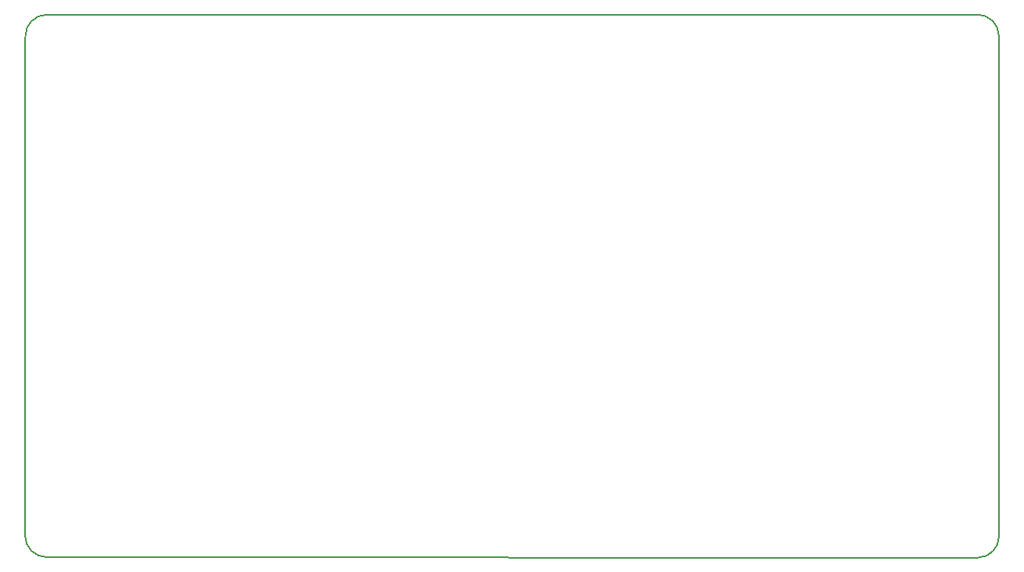
<source format=gbr>
G04 #@! TF.GenerationSoftware,KiCad,Pcbnew,(5.0.0)*
G04 #@! TF.CreationDate,2019-12-28T12:47:59+11:00*
G04 #@! TF.ProjectId,DAQ Board,44415120426F6172642E6B696361645F,rev?*
G04 #@! TF.SameCoordinates,Original*
G04 #@! TF.FileFunction,Profile,NP*
%FSLAX46Y46*%
G04 Gerber Fmt 4.6, Leading zero omitted, Abs format (unit mm)*
G04 Created by KiCad (PCBNEW (5.0.0)) date 12/28/19 12:47:59*
%MOMM*%
%LPD*%
G01*
G04 APERTURE LIST*
%ADD10C,0.150000*%
G04 APERTURE END LIST*
D10*
X126330428Y-69341482D02*
G75*
G02X128660259Y-66991649I2339832J10001D01*
G01*
X231719831Y-123490167D02*
G75*
G02X229390000Y-125840000I-2339832J-10001D01*
G01*
X126330428Y-69361482D02*
X126300428Y-123461482D01*
X229410000Y-125840000D02*
X128620000Y-125790000D01*
X128650261Y-125791313D02*
G75*
G02X126300428Y-123461482I-10001J2339832D01*
G01*
X128670428Y-66991482D02*
X229340000Y-66990000D01*
X229350167Y-66990000D02*
G75*
G02X231700000Y-69319831I10001J-2339832D01*
G01*
X231720000Y-123500000D02*
X231700000Y-69280000D01*
M02*

</source>
